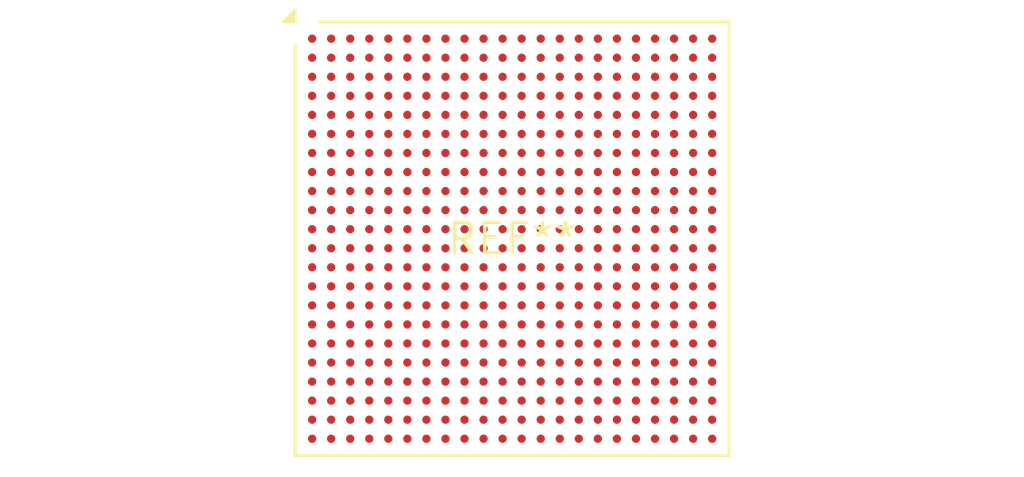
<source format=kicad_pcb>
(kicad_pcb (version 20240108) (generator pcbnew)
  (layers (0 "F.Cu" signal) (31 "B.Cu" signal) (34 "B.Paste" user) (35 "F.Paste" user) (36 "B.SilkS" user "B.Silkscreen") (37 "F.SilkS" user "F.Silkscreen") (38 "B.Mask" user) (39 "F.Mask" user) (44 "Edge.Cuts" user))
  (net 0 "")
  (footprint "LFBGA-484_18x18mm_Layout22x22_P0.8mm" (layer "F.Cu") (at 0 0)
    (property "Reference" "REF**")
    (property "Value" "LFBGA-484_18x18mm_Layout22x22_P0.8mm")
    (pad "A1" smd circle (at -8.4 -8.4) (size 0.35 0.35) (property pad_prop_bga) (layers "F.Cu" "F.Paste" "F.Mask"))
    (pad "A2" smd circle (at -7.6 -8.4) (size 0.35 0.35) (property pad_prop_bga) (layers "F.Cu" "F.Paste" "F.Mask"))
    (pad "A3" smd circle (at -6.8 -8.4) (size 0.35 0.35) (property pad_prop_bga) (layers "F.Cu" "F.Paste" "F.Mask"))
    (pad "A4" smd circle (at -6 -8.4) (size 0.35 0.35) (property pad_prop_bga) (layers "F.Cu" "F.Paste" "F.Mask"))
    (pad "A5" smd circle (at -5.2 -8.4) (size 0.35 0.35) (property pad_prop_bga) (layers "F.Cu" "F.Paste" "F.Mask"))
    (pad "A6" smd circle (at -4.4 -8.4) (size 0.35 0.35) (property pad_prop_bga) (layers "F.Cu" "F.Paste" "F.Mask"))
    (pad "A7" smd circle (at -3.6 -8.4) (size 0.35 0.35) (property pad_prop_bga) (layers "F.Cu" "F.Paste" "F.Mask"))
    (pad "A8" smd circle (at -2.8 -8.4) (size 0.35 0.35) (property pad_prop_bga) (layers "F.Cu" "F.Paste" "F.Mask"))
    (pad "A9" smd circle (at -2 -8.4) (size 0.35 0.35) (property pad_prop_bga) (layers "F.Cu" "F.Paste" "F.Mask"))
    (pad "A10" smd circle (at -1.2 -8.4) (size 0.35 0.35) (property pad_prop_bga) (layers "F.Cu" "F.Paste" "F.Mask"))
    (pad "A11" smd circle (at -0.4 -8.4) (size 0.35 0.35) (property pad_prop_bga) (layers "F.Cu" "F.Paste" "F.Mask"))
    (pad "A12" smd circle (at 0.4 -8.4) (size 0.35 0.35) (property pad_prop_bga) (layers "F.Cu" "F.Paste" "F.Mask"))
    (pad "A13" smd circle (at 1.2 -8.4) (size 0.35 0.35) (property pad_prop_bga) (layers "F.Cu" "F.Paste" "F.Mask"))
    (pad "A14" smd circle (at 2 -8.4) (size 0.35 0.35) (property pad_prop_bga) (layers "F.Cu" "F.Paste" "F.Mask"))
    (pad "A15" smd circle (at 2.8 -8.4) (size 0.35 0.35) (property pad_prop_bga) (layers "F.Cu" "F.Paste" "F.Mask"))
    (pad "A16" smd circle (at 3.6 -8.4) (size 0.35 0.35) (property pad_prop_bga) (layers "F.Cu" "F.Paste" "F.Mask"))
    (pad "A17" smd circle (at 4.4 -8.4) (size 0.35 0.35) (property pad_prop_bga) (layers "F.Cu" "F.Paste" "F.Mask"))
    (pad "A18" smd circle (at 5.2 -8.4) (size 0.35 0.35) (property pad_prop_bga) (layers "F.Cu" "F.Paste" "F.Mask"))
    (pad "A19" smd circle (at 6 -8.4) (size 0.35 0.35) (property pad_prop_bga) (layers "F.Cu" "F.Paste" "F.Mask"))
    (pad "A20" smd circle (at 6.8 -8.4) (size 0.35 0.35) (property pad_prop_bga) (layers "F.Cu" "F.Paste" "F.Mask"))
    (pad "A21" smd circle (at 7.6 -8.4) (size 0.35 0.35) (property pad_prop_bga) (layers "F.Cu" "F.Paste" "F.Mask"))
    (pad "A22" smd circle (at 8.4 -8.4) (size 0.35 0.35) (property pad_prop_bga) (layers "F.Cu" "F.Paste" "F.Mask"))
    (pad "AA1" smd circle (at -8.4 7.6) (size 0.35 0.35) (property pad_prop_bga) (layers "F.Cu" "F.Paste" "F.Mask"))
    (pad "AA2" smd circle (at -7.6 7.6) (size 0.35 0.35) (property pad_prop_bga) (layers "F.Cu" "F.Paste" "F.Mask"))
    (pad "AA3" smd circle (at -6.8 7.6) (size 0.35 0.35) (property pad_prop_bga) (layers "F.Cu" "F.Paste" "F.Mask"))
    (pad "AA4" smd circle (at -6 7.6) (size 0.35 0.35) (property pad_prop_bga) (layers "F.Cu" "F.Paste" "F.Mask"))
    (pad "AA5" smd circle (at -5.2 7.6) (size 0.35 0.35) (property pad_prop_bga) (layers "F.Cu" "F.Paste" "F.Mask"))
    (pad "AA6" smd circle (at -4.4 7.6) (size 0.35 0.35) (property pad_prop_bga) (layers "F.Cu" "F.Paste" "F.Mask"))
    (pad "AA7" smd circle (at -3.6 7.6) (size 0.35 0.35) (property pad_prop_bga) (layers "F.Cu" "F.Paste" "F.Mask"))
    (pad "AA8" smd circle (at -2.8 7.6) (size 0.35 0.35) (property pad_prop_bga) (layers "F.Cu" "F.Paste" "F.Mask"))
    (pad "AA9" smd circle (at -2 7.6) (size 0.35 0.35) (property pad_prop_bga) (layers "F.Cu" "F.Paste" "F.Mask"))
    (pad "AA10" smd circle (at -1.2 7.6) (size 0.35 0.35) (property pad_prop_bga) (layers "F.Cu" "F.Paste" "F.Mask"))
    (pad "AA11" smd circle (at -0.4 7.6) (size 0.35 0.35) (property pad_prop_bga) (layers "F.Cu" "F.Paste" "F.Mask"))
    (pad "AA12" smd circle (at 0.4 7.6) (size 0.35 0.35) (property pad_prop_bga) (layers "F.Cu" "F.Paste" "F.Mask"))
    (pad "AA13" smd circle (at 1.2 7.6) (size 0.35 0.35) (property pad_prop_bga) (layers "F.Cu" "F.Paste" "F.Mask"))
    (pad "AA14" smd circle (at 2 7.6) (size 0.35 0.35) (property pad_prop_bga) (layers "F.Cu" "F.Paste" "F.Mask"))
    (pad "AA15" smd circle (at 2.8 7.6) (size 0.35 0.35) (property pad_prop_bga) (layers "F.Cu" "F.Paste" "F.Mask"))
    (pad "AA16" smd circle (at 3.6 7.6) (size 0.35 0.35) (property pad_prop_bga) (layers "F.Cu" "F.Paste" "F.Mask"))
    (pad "AA17" smd circle (at 4.4 7.6) (size 0.35 0.35) (property pad_prop_bga) (layers "F.Cu" "F.Paste" "F.Mask"))
    (pad "AA18" smd circle (at 5.2 7.6) (size 0.35 0.35) (property pad_prop_bga) (layers "F.Cu" "F.Paste" "F.Mask"))
    (pad "AA19" smd circle (at 6 7.6) (size 0.35 0.35) (property pad_prop_bga) (layers "F.Cu" "F.Paste" "F.Mask"))
    (pad "AA20" smd circle (at 6.8 7.6) (size 0.35 0.35) (property pad_prop_bga) (layers "F.Cu" "F.Paste" "F.Mask"))
    (pad "AA21" smd circle (at 7.6 7.6) (size 0.35 0.35) (property pad_prop_bga) (layers "F.Cu" "F.Paste" "F.Mask"))
    (pad "AA22" smd circle (at 8.4 7.6) (size 0.35 0.35) (property pad_prop_bga) (layers "F.Cu" "F.Paste" "F.Mask"))
    (pad "AB1" smd circle (at -8.4 8.4) (size 0.35 0.35) (property pad_prop_bga) (layers "F.Cu" "F.Paste" "F.Mask"))
    (pad "AB2" smd circle (at -7.6 8.4) (size 0.35 0.35) (property pad_prop_bga) (layers "F.Cu" "F.Paste" "F.Mask"))
    (pad "AB3" smd circle (at -6.8 8.4) (size 0.35 0.35) (property pad_prop_bga) (layers "F.Cu" "F.Paste" "F.Mask"))
    (pad "AB4" smd circle (at -6 8.4) (size 0.35 0.35) (property pad_prop_bga) (layers "F.Cu" "F.Paste" "F.Mask"))
    (pad "AB5" smd circle (at -5.2 8.4) (size 0.35 0.35) (property pad_prop_bga) (layers "F.Cu" "F.Paste" "F.Mask"))
    (pad "AB6" smd circle (at -4.4 8.4) (size 0.35 0.35) (property pad_prop_bga) (layers "F.Cu" "F.Paste" "F.Mask"))
    (pad "AB7" smd circle (at -3.6 8.4) (size 0.35 0.35) (property pad_prop_bga) (layers "F.Cu" "F.Paste" "F.Mask"))
    (pad "AB8" smd circle (at -2.8 8.4) (size 0.35 0.35) (property pad_prop_bga) (layers "F.Cu" "F.Paste" "F.Mask"))
    (pad "AB9" smd circle (at -2 8.4) (size 0.35 0.35) (property pad_prop_bga) (layers "F.Cu" "F.Paste" "F.Mask"))
    (pad "AB10" smd circle (at -1.2 8.4) (size 0.35 0.35) (property pad_prop_bga) (layers "F.Cu" "F.Paste" "F.Mask"))
    (pad "AB11" smd circle (at -0.4 8.4) (size 0.35 0.35) (property pad_prop_bga) (layers "F.Cu" "F.Paste" "F.Mask"))
    (pad "AB12" smd circle (at 0.4 8.4) (size 0.35 0.35) (property pad_prop_bga) (layers "F.Cu" "F.Paste" "F.Mask"))
    (pad "AB13" smd circle (at 1.2 8.4) (size 0.35 0.35) (property pad_prop_bga) (layers "F.Cu" "F.Paste" "F.Mask"))
    (pad "AB14" smd circle (at 2 8.4) (size 0.35 0.35) (property pad_prop_bga) (layers "F.Cu" "F.Paste" "F.Mask"))
    (pad "AB15" smd circle (at 2.8 8.4) (size 0.35 0.35) (property pad_prop_bga) (layers "F.Cu" "F.Paste" "F.Mask"))
    (pad "AB16" smd circle (at 3.6 8.4) (size 0.35 0.35) (property pad_prop_bga) (layers "F.Cu" "F.Paste" "F.Mask"))
    (pad "AB17" smd circle (at 4.4 8.4) (size 0.35 0.35) (property pad_prop_bga) (layers "F.Cu" "F.Paste" "F.Mask"))
    (pad "AB18" smd circle (at 5.2 8.4) (size 0.35 0.35) (property pad_prop_bga) (layers "F.Cu" "F.Paste" "F.Mask"))
    (pad "AB19" smd circle (at 6 8.4) (size 0.35 0.35) (property pad_prop_bga) (layers "F.Cu" "F.Paste" "F.Mask"))
    (pad "AB20" smd circle (at 6.8 8.4) (size 0.35 0.35) (property pad_prop_bga) (layers "F.Cu" "F.Paste" "F.Mask"))
    (pad "AB21" smd circle (at 7.6 8.4) (size 0.35 0.35) (property pad_prop_bga) (layers "F.Cu" "F.Paste" "F.Mask"))
    (pad "AB22" smd circle (at 8.4 8.4) (size 0.35 0.35) (property pad_prop_bga) (layers "F.Cu" "F.Paste" "F.Mask"))
    (pad "B1" smd circle (at -8.4 -7.6) (size 0.35 0.35) (property pad_prop_bga) (layers "F.Cu" "F.Paste" "F.Mask"))
    (pad "B2" smd circle (at -7.6 -7.6) (size 0.35 0.35) (property pad_prop_bga) (layers "F.Cu" "F.Paste" "F.Mask"))
    (pad "B3" smd circle (at -6.8 -7.6) (size 0.35 0.35) (property pad_prop_bga) (layers "F.Cu" "F.Paste" "F.Mask"))
    (pad "B4" smd circle (at -6 -7.6) (size 0.35 0.35) (property pad_prop_bga) (layers "F.Cu" "F.Paste" "F.Mask"))
    (pad "B5" smd circle (at -5.2 -7.6) (size 0.35 0.35) (property pad_prop_bga) (layers "F.Cu" "F.Paste" "F.Mask"))
    (pad "B6" smd circle (at -4.4 -7.6) (size 0.35 0.35) (property pad_prop_bga) (layers "F.Cu" "F.Paste" "F.Mask"))
    (pad "B7" smd circle (at -3.6 -7.6) (size 0.35 0.35) (property pad_prop_bga) (layers "F.Cu" "F.Paste" "F.Mask"))
    (pad "B8" smd circle (at -2.8 -7.6) (size 0.35 0.35) (property pad_prop_bga) (layers "F.Cu" "F.Paste" "F.Mask"))
    (pad "B9" smd circle (at -2 -7.6) (size 0.35 0.35) (property pad_prop_bga) (layers "F.Cu" "F.Paste" "F.Mask"))
    (pad "B10" smd circle (at -1.2 -7.6) (size 0.35 0.35) (property pad_prop_bga) (layers "F.Cu" "F.Paste" "F.Mask"))
    (pad "B11" smd circle (at -0.4 -7.6) (size 0.35 0.35) (property pad_prop_bga) (layers "F.Cu" "F.Paste" "F.Mask"))
    (pad "B12" smd circle (at 0.4 -7.6) (size 0.35 0.35) (property pad_prop_bga) (layers "F.Cu" "F.Paste" "F.Mask"))
    (pad "B13" smd circle (at 1.2 -7.6) (size 0.35 0.35) (property pad_prop_bga) (layers "F.Cu" "F.Paste" "F.Mask"))
    (pad "B14" smd circle (at 2 -7.6) (size 0.35 0.35) (property pad_prop_bga) (layers "F.Cu" "F.Paste" "F.Mask"))
    (pad "B15" smd circle (at 2.8 -7.6) (size 0.35 0.35) (property pad_prop_bga) (layers "F.Cu" "F.Paste" "F.Mask"))
    (pad "B16" smd circle (at 3.6 -7.6) (size 0.35 0.35) (property pad_prop_bga) (layers "F.Cu" "F.Paste" "F.Mask"))
    (pad "B17" smd circle (at 4.4 -7.6) (size 0.35 0.35) (property pad_prop_bga) (layers "F.Cu" "F.Paste" "F.Mask"))
    (pad "B18" smd circle (at 5.2 -7.6) (size 0.35 0.35) (property pad_prop_bga) (layers "F.Cu" "F.Paste" "F.Mask"))
    (pad "B19" smd circle (at 6 -7.6) (size 0.35 0.35) (property pad_prop_bga) (layers "F.Cu" "F.Paste" "F.Mask"))
    (pad "B20" smd circle (at 6.8 -7.6) (size 0.35 0.35) (property pad_prop_bga) (layers "F.Cu" "F.Paste" "F.Mask"))
    (pad "B21" smd circle (at 7.6 -7.6) (size 0.35 0.35) (property pad_prop_bga) (layers "F.Cu" "F.Paste" "F.Mask"))
    (pad "B22" smd circle (at 8.4 -7.6) (size 0.35 0.35) (property pad_prop_bga) (layers "F.Cu" "F.Paste" "F.Mask"))
    (pad "C1" smd circle (at -8.4 -6.8) (size 0.35 0.35) (property pad_prop_bga) (layers "F.Cu" "F.Paste" "F.Mask"))
    (pad "C2" smd circle (at -7.6 -6.8) (size 0.35 0.35) (property pad_prop_bga) (layers "F.Cu" "F.Paste" "F.Mask"))
    (pad "C3" smd circle (at -6.8 -6.8) (size 0.35 0.35) (property pad_prop_bga) (layers "F.Cu" "F.Paste" "F.Mask"))
    (pad "C4" smd circle (at -6 -6.8) (size 0.35 0.35) (property pad_prop_bga) (layers "F.Cu" "F.Paste" "F.Mask"))
    (pad "C5" smd circle (at -5.2 -6.8) (size 0.35 0.35) (property pad_prop_bga) (layers "F.Cu" "F.Paste" "F.Mask"))
    (pad "C6" smd circle (at -4.4 -6.8) (size 0.35 0.35) (property pad_prop_bga) (layers "F.Cu" "F.Paste" "F.Mask"))
    (pad "C7" smd circle (at -3.6 -6.8) (size 0.35 0.35) (property pad_prop_bga) (layers "F.Cu" "F.Paste" "F.Mask"))
    (pad "C8" smd circle (at -2.8 -6.8) (size 0.35 0.35) (property pad_prop_bga) (layers "F.Cu" "F.Paste" "F.Mask"))
    (pad "C9" smd circle (at -2 -6.8) (size 0.35 0.35) (property pad_prop_bga) (layers "F.Cu" "F.Paste" "F.Mask"))
    (pad "C10" smd circle (at -1.2 -6.8) (size 0.35 0.35) (property pad_prop_bga) (layers "F.Cu" "F.Paste" "F.Mask"))
    (pad "C11" smd circle (at -0.4 -6.8) (size 0.35 0.35) (property pad_prop_bga) (layers "F.Cu" "F.Paste" "F.Mask"))
    (pad "C12" smd circle (at 0.4 -6.8) (size 0.35 0.35) (property pad_prop_bga) (layers "F.Cu" "F.Paste" "F.Mask"))
    (pad "C13" smd circle (at 1.2 -6.8) (size 0.35 0.35) (property pad_prop_bga) (layers "F.Cu" "F.Paste" "F.Mask"))
    (pad "C14" smd circle (at 2 -6.8) (size 0.35 0.35) (property pad_prop_bga) (layers "F.Cu" "F.Paste" "F.Mask"))
    (pad "C15" smd circle (at 2.8 -6.8) (size 0.35 0.35) (property pad_prop_bga) (layers "F.Cu" "F.Paste" "F.Mask"))
    (pad "C16" smd circle (at 3.6 -6.8) (size 0.35 0.35) (property pad_prop_bga) (layers "F.Cu" "F.Paste" "F.Mask"))
    (pad "C17" smd circle (at 4.4 -6.8) (size 0.35 0.35) (property pad_prop_bga) (layers "F.Cu" "F.Paste" "F.Mask"))
    (pad "C18" smd circle (at 5.2 -6.8) (size 0.35 0.35) (property pad_prop_bga) (layers "F.Cu" "F.Paste" "F.Mask"))
    (pad "C19" smd circle (at 6 -6.8) (size 0.35 0.35) (property pad_prop_bga) (layers "F.Cu" "F.Paste" "F.Mask"))
    (pad "C20" smd circle (at 6.8 -6.8) (size 0.35 0.35) (property pad_prop_bga) (layers "F.Cu" "F.Paste" "F.Mask"))
    (pad "C21" smd circle (at 7.6 -6.8) (size 0.35 0.35) (property pad_prop_bga) (layers "F.Cu" "F.Paste" "F.Mask"))
    (pad "C22" smd circle (at 8.4 -6.8) (size 0.35 0.35) (property pad_prop_bga) (layers "F.Cu" "F.Paste" "F.Mask"))
    (pad "D1" smd circle (at -8.4 -6) (size 0.35 0.35) (property pad_prop_bga) (layers "F.Cu" "F.Paste" "F.Mask"))
    (pad "D2" smd circle (at -7.6 -6) (size 0.35 0.35) (property pad_prop_bga) (layers "F.Cu" "F.Paste" "F.Mask"))
    (pad "D3" smd circle (at -6.8 -6) (size 0.35 0.35) (property pad_prop_bga) (layers "F.Cu" "F.Paste" "F.Mask"))
    (pad "D4" smd circle (at -6 -6) (size 0.35 0.35) (property pad_prop_bga) (layers "F.Cu" "F.Paste" "F.Mask"))
    (pad "D5" smd circle (at -5.2 -6) (size 0.35 0.35) (property pad_prop_bga) (layers "F.Cu" "F.Paste" "F.Mask"))
    (pad "D6" smd circle (at -4.4 -6) (size 0.35 0.35) (property pad_prop_bga) (layers "F.Cu" "F.Paste" "F.Mask"))
    (pad "D7" smd circle (at -3.6 -6) (size 0.35 0.35) (property pad_prop_bga) (layers "F.Cu" "F.Paste" "F.Mask"))
    (pad "D8" smd circle (at -2.8 -6) (size 0.35 0.35) (property pad_prop_bga) (layers "F.Cu" "F.Paste" "F.Mask"))
    (pad "D9" smd circle (at -2 -6) (size 0.35 0.35) (property pad_prop_bga) (layers "F.Cu" "F.Paste" "F.Mask"))
    (pad "D10" smd circle (at -1.2 -6) (size 0.35 0.35) (property pad_prop_bga) (layers "F.Cu" "F.Paste" "F.Mask"))
    (pad "D11" smd circle (at -0.4 -6) (size 0.35 0.35) (property pad_prop_bga) (layers "F.Cu" "F.Paste" "F.Mask"))
    (pad "D12" smd circle (at 0.4 -6) (size 0.35 0.35) (property pad_prop_bga) (layers "F.Cu" "F.Paste" "F.Mask"))
    (pad "D13" smd circle (at 1.2 -6) (size 0.35 0.35) (property pad_prop_bga) (layers "F.Cu" "F.Paste" "F.Mask"))
    (pad "D14" smd circle (at 2 -6) (size 0.35 0.35) (property pad_prop_bga) (layers "F.Cu" "F.Paste" "F.Mask"))
    (pad "D15" smd circle (at 2.8 -6) (size 0.35 0.35) (property pad_prop_bga) (layers "F.Cu" "F.Paste" "F.Mask"))
    (pad "D16" smd circle (at 3.6 -6) (size 0.35 0.35) (property pad_prop_bga) (layers "F.Cu" "F.Paste" "F.Mask"))
    (pad "D17" smd circle (at 4.4 -6) (size 0.35 0.35) (property pad_prop_bga) (layers "F.Cu" "F.Paste" "F.Mask"))
    (pad "D18" smd circle (at 5.2 -6) (size 0.35 0.35) (property pad_prop_bga) (layers "F.Cu" "F.Paste" "F.Mask"))
    (pad "D19" smd circle (at 6 -6) (size 0.35 0.35) (property pad_prop_bga) (layers "F.Cu" "F.Paste" "F.Mask"))
    (pad "D20" smd circle (at 6.8 -6) (size 0.35 0.35) (property pad_prop_bga) (layers "F.Cu" "F.Paste" "F.Mask"))
    (pad "D21" smd circle (at 7.6 -6) (size 0.35 0.35) (property pad_prop_bga) (layers "F.Cu" "F.Paste" "F.Mask"))
    (pad "D22" smd circle (at 8.4 -6) (size 0.35 0.35) (property pad_prop_bga) (layers "F.Cu" "F.Paste" "F.Mask"))
    (pad "E1" smd circle (at -8.4 -5.2) (size 0.35 0.35) (property pad_prop_bga) (layers "F.Cu" "F.Paste" "F.Mask"))
    (pad "E2" smd circle (at -7.6 -5.2) (size 0.35 0.35) (property pad_prop_bga) (layers "F.Cu" "F.Paste" "F.Mask"))
    (pad "E3" smd circle (at -6.8 -5.2) (size 0.35 0.35) (property pad_prop_bga) (layers "F.Cu" "F.Paste" "F.Mask"))
    (pad "E4" smd circle (at -6 -5.2) (size 0.35 0.35) (property pad_prop_bga) (layers "F.Cu" "F.Paste" "F.Mask"))
    (pad "E5" smd circle (at -5.2 -5.2) (size 0.35 0.35) (property pad_prop_bga) (layers "F.Cu" "F.Paste" "F.Mask"))
    (pad "E6" smd circle (at -4.4 -5.2) (size 0.35 0.35) (property pad_prop_bga) (layers "F.Cu" "F.Paste" "F.Mask"))
    (pad "E7" smd circle (at -3.6 -5.2) (size 0.35 0.35) (property pad_prop_bga) (layers "F.Cu" "F.Paste" "F.Mask"))
    (pad "E8" smd circle (at -2.8 -5.2) (size 0.35 0.35) (property pad_prop_bga) (layers "F.Cu" "F.Paste" "F.Mask"))
    (pad "E9" smd circle (at -2 -5.2) (size 0.35 0.35) (property pad_prop_bga) (layers "F.Cu" "F.Paste" "F.Mask"))
    (pad "E10" smd circle (at -1.2 -5.2) (size 0.35 0.35) (property pad_prop_bga) (layers "F.Cu" "F.Paste" "F.Mask"))
    (pad "E11" smd circle (at -0.4 -5.2) (size 0.35 0.35) (property pad_prop_bga) (layers "F.Cu" "F.Paste" "F.Mask"))
    (pad "E12" smd circle (at 0.4 -5.2) (size 0.35 0.35) (property pad_prop_bga) (layers "F.Cu" "F.Paste" "F.Mask"))
    (pad "E13" smd circle (at 1.2 -5.2) (size 0.35 0.35) (property pad_prop_bga) (layers "F.Cu" "F.Paste" "F.Mask"))
    (pad "E14" smd circle (at 2 -5.2) (size 0.35 0.35) (property pad_prop_bga) (layers "F.Cu" "F.Paste" "F.Mask"))
    (pad "E15" smd circle (at 2.8 -5.2) (size 0.35 0.35) (property pad_prop_bga) (layers "F.Cu" "F.Paste" "F.Mask"))
    (pad "E16" smd circle (at 3.6 -5.2) (size 0.35 0.35) (property pad_prop_bga) (layers "F.Cu" "F.Paste" "F.Mask"))
    (pad "E17" smd circle (at 4.4 -5.2) (size 0.35 0.35) (property pad_prop_bga) (layers "F.Cu" "F.Paste" "F.Mask"))
    (pad "E18" smd circle (at 5.2 -5.2) (size 0.35 0.35) (property pad_prop_bga) (layers "F.Cu" "F.Paste" "F.Mask"))
    (pad "E19" smd circle (at 6 -5.2) (size 0.35 0.35) (property pad_prop_bga) (layers "F.Cu" "F.Paste" "F.Mask"))
    (pad "E20" smd circle (at 6.8 -5.2) (size 0.35 0.35) (property pad_prop_bga) (layers "F.Cu" "F.Paste" "F.Mask"))
    (pad "E21" smd circle (at 7.6 -5.2) (size 0.35 0.35) (property pad_prop_bga) (layers "F.Cu" "F.Paste" "F.Mask"))
    (pad "E22" smd circle (at 8.4 -5.2) (size 0.35 0.35) (property pad_prop_bga) (layers "F.Cu" "F.Paste" "F.Mask"))
    (pad "F1" smd circle (at -8.4 -4.4) (size 0.35 0.35) (property pad_prop_bga) (layers "F.Cu" "F.Paste" "F.Mask"))
    (pad "F2" smd circle (at -7.6 -4.4) (size 0.35 0.35) (property pad_prop_bga) (layers "F.Cu" "F.Paste" "F.Mask"))
    (pad "F3" smd circle (at -6.8 -4.4) (size 0.35 0.35) (property pad_prop_bga) (layers "F.Cu" "F.Paste" "F.Mask"))
    (pad "F4" smd circle (at -6 -4.4) (size 0.35 0.35) (property pad_prop_bga) (layers "F.Cu" "F.Paste" "F.Mask"))
    (pad "F5" smd circle (at -5.2 -4.4) (size 0.35 0.35) (property pad_prop_bga) (layers "F.Cu" "F.Paste" "F.Mask"))
    (pad "F6" smd circle (at -4.4 -4.4) (size 0.35 0.35) (property pad_prop_bga) (layers "F.Cu" "F.Paste" "F.Mask"))
    (pad "F7" smd circle (at -3.6 -4.4) (size 0.35 0.35) (property pad_prop_bga) (layers "F.Cu" "F.Paste" "F.Mask"))
    (pad "F8" smd circle (at -2.8 -4.4) (size 0.35 0.35) (property pad_prop_bga) (layers "F.Cu" "F.Paste" "F.Mask"))
    (pad "F9" smd circle (at -2 -4.4) (size 0.35 0.35) (property pad_prop_bga) (layers "F.Cu" "F.Paste" "F.Mask"))
    (pad "F10" smd circle (at -1.2 -4.4) (size 0.35 0.35) (property pad_prop_bga) (layers "F.Cu" "F.Paste" "F.Mask"))
    (pad "F11" smd circle (at -0.4 -4.4) (size 0.35 0.35) (property pad_prop_bga) (layers "F.Cu" "F.Paste" "F.Mask"))
    (pad "F12" smd circle (at 0.4 -4.4) (size 0.35 0.35) (property pad_prop_bga) (layers "F.Cu" "F.Paste" "F.Mask"))
    (pad "F13" smd circle (at 1.2 -4.4) (size 0.35 0.35) (property pad_prop_bga) (layers "F.Cu" "F.Paste" "F.Mask"))
    (pad "F14" smd circle (at 2 -4.4) (size 0.35 0.35) (property pad_prop_bga) (layers "F.Cu" "F.Paste" "F.Mask"))
    (pad "F15" smd circle (at 2.8 -4.4) (size 0.35 0.35) (property pad_prop_bga) (layers "F.Cu" "F.Paste" "F.Mask"))
    (pad "F16" smd circle (at 3.6 -4.4) (size 0.35 0.35) (property pad_prop_bga) (layers "F.Cu" "F.Paste" "F.Mask"))
    (pad "F17" smd circle (at 4.4 -4.4) (size 0.35 0.35) (property pad_prop_bga) (layers "F.Cu" "F.Paste" "F.Mask"))
    (pad "F18" smd circle (at 5.2 -4.4) (size 0.35 0.35) (property pad_prop_bga) (layers "F.Cu" "F.Paste" "F.Mask"))
    (pad "F19" smd circle (at 6 -4.4) (size 0.35 0.35) (property pad_prop_bga) (layers "F.Cu" "F.Paste" "F.Mask"))
    (pad "F20" smd circle (at 6.8 -4.4) (size 0.35 0.35) (property pad_prop_bga) (layers "F.Cu" "F.Paste" "F.Mask"))
    (pad "F21" smd circle (at 7.6 -4.4) (size 0.35 0.35) (property pad_prop_bga) (layers "F.Cu" "F.Paste" "F.Mask"))
    (pad "F22" smd circle (at 8.4 -4.4) (size 0.35 0.35) (property pad_prop_bga) (layers "F.Cu" "F.Paste" "F.Mask"))
    (pad "G1" smd circle (at -8.4 -3.6) (size 0.35 0.35) (property pad_prop_bga) (layers "F.Cu" "F.Paste" "F.Mask"))
    (pad "G2" smd circle (at -7.6 -3.6) (size 0.35 0.35) (property pad_prop_bga) (layers "F.Cu" "F.Paste" "F.Mask"))
    (pad "G3" smd circle (at -6.8 -3.6) (size 0.35 0.35) (property pad_prop_bga) (layers "F.Cu" "F.Paste" "F.Mask"))
    (pad "G4" smd circle (at -6 -3.6) (size 0.35 0.35) (property pad_prop_bga) (layers "F.Cu" "F.Paste" "F.Mask"))
    (pad "G5" smd circle (at -5.2 -3.6) (size 0.35 0.35) (property pad_prop_bga) (layers "F.Cu" "F.Paste" "F.Mask"))
    (pad "G6" smd circle (at -4.4 -3.6) (size 0.35 0.35) (property pad_prop_bga) (layers "F.Cu" "F.Paste" "F.Mask"))
    (pad "G7" smd circle (at -3.6 -3.6) (size 0.35 0.35) (property pad_prop_bga) (layers "F.Cu" "F.Paste" "F.Mask"))
    (pad "G8" smd circle (at -2.8 -3.6) (size 0.35 0.35) (property pad_prop_bga) (layers "F.Cu" "F.Paste" "F.Mask"))
    (pad "G9" smd circle (at -2 -3.6) (size 0.35 0.35) (property pad_prop_bga) (layers "F.Cu" "F.Paste" "F.Mask"))
    (pad "G10" smd circle (at -1.2 -3.6) (size 0.35 0.35) (property pad_prop_bga) (layers "F.Cu" "F.Paste" "F.Mask"))
    (pad "G11" smd circle (at -0.4 -3.6) (size 0.35 0.35) (property pad_prop_bga) (layers "F.Cu" "F.Paste" "F.Mask"))
    (pad "G12" smd circle (at 0.4 -3.6) (size 0.35 0.35) (property pad_prop_bga) (layers "F.Cu" "F.Paste" "F.Mask"))
    (pad "G13" smd circle (at 1.2 -3.6) (size 0.35 0.35) (property pad_prop_bga) (layers "F.Cu" "F.Paste" "F.Mask"))
    (pad "G14" smd circle (at 2 -3.6) (size 0.35 0.35) (property pad_prop_bga) (layers "F.Cu" "F.Paste" "F.Mask"))
    (pad "G15" smd circle (at 2.8 -3.6) (size 0.35 0.35) (property pad_prop_bga) (layers "F.Cu" "F.Paste" "F.Mask"))
    (pad "G16" smd circle (at 3.6 -3.6) (size 0.35 0.35) (property pad_prop_bga) (layers "F.Cu" "F.Paste" "F.Mask"))
    (pad "G17" smd circle (at 4.4 -3.6) (size 0.35 0.35) (property pad_prop_bga) (layers "F.Cu" "F.Paste" "F.Mask"))
    (pad "G18" smd circle (at 5.2 -3.6) (size 0.35 0.35) (property pad_prop_bga) (layers "F.Cu" "F.Paste" "F.Mask"))
    (pad "G19" smd circle (at 6 -3.6) (size 0.35 0.35) (property pad_prop_bga) (layers "F.Cu" "F.Paste" "F.Mask"))
    (pad "G20" smd circle (at 6.8 -3.6) (size 0.35 0.35) (property pad_prop_bga) (layers "F.Cu" "F.Paste" "F.Mask"))
    (pad "G21" smd circle (at 7.6 -3.6) (size 0.35 0.35) (property pad_prop_bga) (layers "F.Cu" "F.Paste" "F.Mask"))
    (pad "G22" smd circle (at 8.4 -3.6) (size 0.35 0.35) (property pad_prop_bga) (layers "F.Cu" "F.Paste" "F.Mask"))
    (pad "H1" smd circle (at -8.4 -2.8) (size 0.35 0.35) (property pad_prop_bga) (layers "F.Cu" "F.Paste" "F.Mask"))
    (pad "H2" smd circle (at -7.6 -2.8) (size 0.35 0.35) (property pad_prop_bga) (layers "F.Cu" "F.Paste" "F.Mask"))
    (pad "H3" smd circle (at -6.8 -2.8) (size 0.35 0.35) (property pad_prop_bga) (layers "F.Cu" "F.Paste" "F.Mask"))
    (pad "H4" smd circle (at -6 -2.8) (size 0.35 0.35) (property pad_prop_bga) (layers "F.Cu" "F.Paste" "F.Mask"))
    (pad "H5" smd circle (at -5.2 -2.8) (size 0.35 0.35) (property pad_prop_bga) (layers "F.Cu" "F.Paste" "F.Mask"))
    (pad "H6" smd circle (at -4.4 -2.8) (size 0.35 0.35) (property pad_prop_bga) (layers "F.Cu" "F.Paste" "F.Mask"))
    (pad "H7" smd circle (at -3.6 -2.8) (size 0.35 0.35) (property pad_prop_bga) (layers "F.Cu" "F.Paste" "F.Mask"))
    (pad "H8" smd circle (at -2.8 -2.8) (size 0.35 0.35) (property pad_prop_bga) (layers "F.Cu" "F.Paste" "F.Mask"))
    (pad "H9" smd circle (at -2 -2.8) (size 0.35 0.35) (property pad_prop_bga) (layers "F.Cu" "F.Paste" "F.Mask"))
    (pad "H10" smd circle (at -1.2 -2.8) (size 0.35 0.35) (property pad_prop_bga) (layers "F.Cu" "F.Paste" "F.Mask"))
    (pad "H11" smd circle (at -0.4 -2.8) (size 0.35 0.35) (property pad_prop_bga) (layers "F.Cu" "F.Paste" "F.Mask"))
    (pad "H12" smd circle (at 0.4 -2.8) (size 0.35 0.35) (property pad_prop_bga) (layers "F.Cu" "F.Paste" "F.Mask"))
    (pad "H13" smd circle (at 1.2 -2.8) (size 0.35 0.35) (property pad_prop_bga) (layers "F.Cu" "F.Paste" "F.Mask"))
    (pad "H14" smd circle (at 2 -2.8) (size 0.35 0.35) (property pad_prop_bga) (layers "F.Cu" "F.Paste" "F.Mask"))
    (pad "H15" smd circle (at 2.8 -2.8) (size 0.35 0.35) (property pad_prop_bga) (layers "F.Cu" "F.Paste" "F.Mask"))
    (pad "H16" smd circle (at 3.6 -2.8) (size 0.35 0.35) (property pad_prop_bga) (layers "F.Cu" "F.Paste" "F.Mask"))
    (pad "H17" smd circle (at 4.4 -2.8) (size 0.35 0.35) (property pad_prop_bga) (layers "F.Cu" "F.Paste" "F.Mask"))
    (pad "H18" smd circle (at 5.2 -2.8) (size 0.35 0.35) (property pad_prop_bga) (layers "F.Cu" "F.Paste" "F.Mask"))
    (pad "H19" smd circle (at 6 -2.8) (size 0.35 0.35) (property pad_prop_bga) (layers "F.Cu" "F.Paste" "F.Mask"))
    (pad "H20" smd circle (at 6.8 -2.8) (size 0.35 0.35) (property pad_prop_bga) (layers "F.Cu" "F.Paste" "F.Mask"))
    (pad "H21" smd circle (at 7.6 -2.8) (size 0.35 0.35) (property pad_prop_bga) (layers "F.Cu" "F.Paste" "F.Mask"))
    (pad "H22" smd circle (at 8.4 -2.8) (size 0.35 0.35) (property pad_prop_bga) (layers "F.Cu" "F.Paste" "F.Mask"))
    (pad "J1" smd circle (at -8.4 -2) (size 0.35 0.35) (property pad_prop_bga) (layers "F.Cu" "F.Paste" "F.Mask"))
    (pad "J2" smd circle (at -7.6 -2) (size 0.35 0.35) (property pad_prop_bga) (layers "F.Cu" "F.Paste" "F.Mask"))
    (pad "J3" smd circle (at -6.8 -2) (size 0.35 0.35) (property pad_prop_bga) (layers "F.Cu" "F.Paste" "F.Mask"))
    (pad "J4" smd circle (at -6 -2) (size 0.35 0.35) (property pad_prop_bga) (layers "F.Cu" "F.Paste" "F.Mask"))
    (pad "J5" smd circle (at -5.2 -2) (size 0.35 0.35) (property pad_prop_bga) (layers "F.Cu" "F.Paste" "F.Mask"))
    (pad "J6" smd circle (at -4.4 -2) (size 0.35 0.35) (property pad_prop_bga) (layers "F.Cu" "F.Paste" "F.Mask"))
    (pad "J7" smd circle (at -3.6 -2) (size 0.35 0.35) (property pad_prop_bga) (layers "F.Cu" "F.Paste" "F.Mask"))
    (pad "J8" smd circle (at -2.8 -2) (size 0.35 0.35) (property pad_prop_bga) (layers "F.Cu" "F.Paste" "F.Mask"))
    (pad "J9" smd circle (at -2 -2) (size 0.35 0.35) (property pad_prop_bga) (layers "F.Cu" "F.Paste" "F.Mask"))
    (pad "J10" smd circle (at -1.2 -2) (size 0.35 0.35) (property pad_prop_bga) (layers "F.Cu" "F.Paste" "F.Mask"))
    (pad "J11" smd circle (at -0.4 -2) (size 0.35 0.35) (property pad_prop_bga) (layers "F.Cu" "F.Paste" "F.Mask"))
    (pad "J12" smd circle (at 0.4 -2) (size 0.35 0.35) (property pad_prop_bga) (layers "F.Cu" "F.Paste" "F.Mask"))
    (pad "J13" smd circle (at 1.2 -2) (size 0.35 0.35) (property pad_prop_bga) (layers "F.Cu" "F.Paste" "F.Mask"))
    (pad "J14" smd circle (at 2 -2) (size 0.35 0.35) (property pad_prop_bga) (layers "F.Cu" "F.Paste" "F.Mask"))
    (pad "J15" smd circle (at 2.8 -2) (size 0.35 0.35) (property pad_prop_bga) (layers "F.Cu" "F.Paste" "F.Mask"))
    (pad "J16" smd circle (at 3.6 -2) (size 0.35 0.35) (property pad_prop_bga) (layers "F.Cu" "F.Paste" "F.Mask"))
    (pad "J17" smd circle (at 4.4 -2) (size 0.35 0.35) (property pad_prop_bga) (layers "F.Cu" "F.Paste" "F.Mask"))
    (pad "J18" smd circle (at 5.2 -2) (size 0.35 0.35) (property pad_prop_bga) (layers "F.Cu" "F.Paste" "F.Mask"))
    (pad "J19" smd circle (at 6 -2) (size 0.35 0.35) (property pad_prop_bga) (layers "F.Cu" "F.Paste" "F.Mask"))
    (pad "J20" smd circle (at 6.8 -2) (size 0.35 0.35) (property pad_prop_bga) (layers "F.Cu" "F.Paste" "F.Mask"))
    (pad "J21" smd circle (at 7.6 -2) (size 0.35 0.35) (property pad_prop_bga) (layers "F.Cu" "F.Paste" "F.Mask"))
    (pad "J22" smd circle (at 8.4 -2) (size 0.35 0.35) (property pad_prop_bga) (layers "F.Cu" "F.Paste" "F.Mask"))
    (pad "K1" smd circle (at -8.4 -1.2) (size 0.35 0.35) (property pad_prop_bga) (layers "F.Cu" "F.Paste" "F.Mask"))
    (pad "K2" smd circle (at -7.6 -1.2) (size 0.35 0.35) (property pad_prop_bga) (layers "F.Cu" "F.Paste" "F.Mask"))
    (pad "K3" smd circle (at -6.8 -1.2) (size 0.35 0.35) (property pad_prop_bga) (layers "F.Cu" "F.Paste" "F.Mask"))
    (pad "K4" smd circle (at -6 -1.2) (size 0.35 0.35) (property pad_prop_bga) (layers "F.Cu" "F.Paste" "F.Mask"))
    (pad "K5" smd circle (at -5.2 -1.2) (size 0.35 0.35) (property pad_prop_bga) (layers "F.Cu" "F.Paste" "F.Mask"))
    (pad "K6" smd circle (at -4.4 -1.2) (size 0.35 0.35) (property pad_prop_bga) (layers "F.Cu" "F.Paste" "F.Mask"))
    (pad "K7" smd circle (at -3.6 -1.2) (size 0.35 0.35) (property pad_prop_bga) (layers "F.Cu" "F.Paste" "F.Mask"))
    (pad "K8" smd circle (at -2.8 -1.2) (size 0.35 0.35) (property pad_prop_bga) (layers "F.Cu" "F.Paste" "F.Mask"))
    (pad "K9" smd circle (at -2 -1.2) (size 0.35 0.35) (property pad_prop_bga) (layers "F.Cu" "F.Paste" "F.Mask"))
    (pad "K10" smd circle (at -1.2 -1.2) (size 0.35 0.35) (property pad_prop_bga) (layers "F.Cu" "F.Paste" "F.Mask"))
    (pad "K11" smd circle (at -0.4 -1.2) (size 0.35 0.35) (property pad_prop_bga) (layers "F.Cu" "F.Paste" "F.Mask"))
    (pad "K12" smd circle (at 0.4 -1.2) (size 0.35 0.35) (property pad_prop_bga) (layers "F.Cu" "F.Paste" "F.Mask"))
    (pad "K13" smd circle (at 1.2 -1.2) (size 0.35 0.35) (property pad_prop_bga) (layers "F.Cu" "F.Paste" "F.Mask"))
    (pad "K14" smd circle (at 2 -1.2) (size 0.35 0.35) (property pad_prop_bga) (layers "F.Cu" "F.Paste" "F.Mask"))
    (pad "K15" smd circle (at 2.8 -1.2) (size 0.35 0.35) (property pad_prop_bga) (layers "F.Cu" "F.Paste" "F.Mask"))
    (pad "K16" smd circle (at 3.6 -1.2) (size 0.35 0.35) (property pad_prop_bga) (layers "F.Cu" "F.Paste" "F.Mask"))
    (pad "K17" smd circle (at 4.4 -1.2) (size 0.35 0.35) (property pad_prop_bga) (layers "F.Cu" "F.Paste" "F.Mask"))
    (pad "K18" smd circle (at 5.2 -1.2) (size 0.35 0.35) (property pad_prop_bga) (layers "F.Cu" "F.Paste" "F.Mask"))
    (pad "K19" smd circle (at 6 -1.2) (size 0.35 0.35) (property pad_prop_bga) (layers "F.Cu" "F.Paste" "F.Mask"))
    (pad "K20" smd circle (at 6.8 -1.2) (size 0.35 0.35) (property pad_prop_bga) (layers "F.Cu" "F.Paste" "F.Mask"))
    (pad "K21" smd circle (at 7.6 -1.2) (size 0.35 0.35) (property pad_prop_bga) (layers "F.Cu" "F.Paste" "F.Mask"))
    (pad "K22" smd circle (at 8.4 -1.2) (size 0.35 0.35) (property pad_prop_bga) (layers "F.Cu" "F.Paste" "F.Mask"))
    (pad "L1" smd circle (at -8.4 -0.4) (size 0.35 0.35) (property pad_prop_bga) (layers "F.Cu" "F.Paste" "F.Mask"))
    (pad "L2" smd circle (at -7.6 -0.4) (size 0.35 0.35) (property pad_prop_bga) (layers "F.Cu" "F.Paste" "F.Mask"))
    (pad "L3" smd circle (at -6.8 -0.4) (size 0.35 0.35) (property pad_prop_bga) (layers "F.Cu" "F.Paste" "F.Mask"))
    (pad "L4" smd circle (at -6 -0.4) (size 0.35 0.35) (property pad_prop_bga) (layers "F.Cu" "F.Paste" "F.Mask"))
    (pad "L5" smd circle (at -5.2 -0.4) (size 0.35 0.35) (property pad_prop_bga) (layers "F.Cu" "F.Paste" "F.Mask"))
    (pad "L6" smd circle (at -4.4 -0.4) (size 0.35 0.35) (property pad_prop_bga) (layers "F.Cu" "F.Paste" "F.Mask"))
    (pad "L7" smd circle (at -3.6 -0.4) (size 0.35 0.35) (property pad_prop_bga) (layers "F.Cu" "F.Paste" "F.Mask"))
    (pad "L8" smd circle (at -2.8 -0.4) (size 0.35 0.35) (property pad_prop_bga) (layers "F.Cu" "F.Paste" "F.Mask"))
    (pad "L9" smd circle (at -2 -0.4) (size 0.35 0.35) (property pad_prop_bga) (layers "F.Cu" "F.Paste" "F.Mask"))
    (pad "L10" smd circle (at -1.2 -0.4) (size 0.35 0.35) (property pad_prop_bga) (layers "F.Cu" "F.Paste" "F.Mask"))
    (pad "L11" smd circle (at -0.4 -0.4) (size 0.35 0.35) (property pad_prop_bga) (layers "F.Cu" "F.Paste" "F.Mask"))
    (pad "L12" smd circle (at 0.4 -0.4) (size 0.35 0.35) (property pad_prop_bga) (layers "F.Cu" "F.Paste" "F.Mask"))
    (pad "L13" smd circle (at 1.2 -0.4) (size 0.35 0.35) (property pad_prop_bga) (layers "F.Cu" "F.Paste" "F.Mask"))
    (pad "L14" smd circle (at 2 -0.4) (size 0.35 0.35) (property pad_prop_bga) (layers "F.Cu" "F.Paste" "F.Mask"))
    (pad "L15" smd circle (at 2.8 -0.4) (size 0.35 0.35) (property pad_prop_bga) (layers "F.Cu" "F.Paste" "F.Mask"))
    (pad "L16" smd circle (at 3.6 -0.4) (size 0.35 0.35) (property pad_prop_bga) (layers "F.Cu" "F.Paste" "F.Mask"))
    (pad "L17" smd circle (at 4.4 -0.4) (size 0.35 0.35) (property pad_prop_bga) (layers "F.Cu" "F.Paste" "F.Mask"))
    (pad "L18" smd circle (at 5.2 -0.4) (size 0.35 0.35) (property pad_prop_bga) (layers "F.Cu" "F.Paste" "F.Mask"))
    (pad "L19" smd circle (at 6 -0.4) (size 0.35 0.35) (property pad_prop_bga) (layers "F.Cu" "F.Paste" "F.Mask"))
    (pad "L20" smd circle (at 6.8 -0.4) (size 0.35 0.35) (property pad_prop_bga) (layers "F.Cu" "F.Paste" "F.Mask"))
    (pad "L21" smd circle (at 7.6 -0.4) (size 0.35 0.35) (property pad_prop_bga) (layers "F.Cu" "F.Paste" "F.Mask"))
    (pad "L22" smd circle (at 8.4 -0.4) (size 0.35 0.35) (property pad_prop_bga) (layers "F.Cu" "F.Paste" "F.Mask"))
    (pad "M1" smd circle (at -8.4 0.4) (size 0.35 0.35) (property pad_prop_bga) (layers "F.Cu" "F.Paste" "F.Mask"))
    (pad "M2" smd circle (at -7.6 0.4) (size 0.35 0.35) (property pad_prop_bga) (layers "F.Cu" "F.Paste" "F.Mask"))
    (pad "M3" smd circle (at -6.8 0.4) (size 0.35 0.35) (property pad_prop_bga) (layers "F.Cu" "F.Paste" "F.Mask"))
    (pad "M4" smd circle (at -6 0.4) (size 0.35 0.35) (property pad_prop_bga) (layers "F.Cu" "F.Paste" "F.Mask"))
    (pad "M5" smd circle (at -5.2 0.4) (size 0.35 0.35) (property pad_prop_bga) (layers "F.Cu" "F.Paste" "F.Mask"))
    (pad "M6" smd circle (at -4.4 0.4) (size 0.35 0.35) (property pad_prop_bga) (layers "F.Cu" "F.Paste" "F.Mask"))
    (pad "M7" smd circle (at -3.6 0.4) (size 0.35 0.35) (property pad_prop_bga) (layers "F.Cu" "F.Paste" "F.Mask"))
    (pad "M8" smd circle (at -2.8 0.4) (size 0.35 0.35) (property pad_prop_bga) (layers "F.Cu" "F.Paste" "F.Mask"))
    (pad "M9" smd circle (at -2 0.4) (size 0.35 0.35) (property pad_prop_bga) (layers "F.Cu" "F.Paste" "F.Mask"))
    (pad "M10" smd circle (at -1.2 0.4) (size 0.35 0.35) (property pad_prop_bga) (layers "F.Cu" "F.Paste" "F.Mask"))
    (pad "M11" smd circle (at -0.4 0.4) (size 0.35 0.35) (property pad_prop_bga) (layers "F.Cu" "F.Paste" "F.Mask"))
    (pad "M12" smd circle (at 0.4 0.4) (size 0.35 0.35) (property pad_prop_bga) (layers "F.Cu" "F.Paste" "F.Mask"))
    (pad "M13" smd circle (at 1.2 0.4) (size 0.35 0.35) (property pad_prop_bga) (layers "F.Cu" "F.Paste" "F.Mask"))
    (pad "M14" smd circle (at 2 0.4) (size 0.35 0.35) (property pad_prop_bga) (layers "F.Cu" "F.Paste" "F.Mask"))
    (pad "M15" smd circle (at 2.8 0.4) (size 0.35 0.35) (property pad_prop_bga) (layers "F.Cu" "F.Paste" "F.Mask"))
    (pad "M16" smd circle (at 3.6 0.4) (size 0.35 0.35) (property pad_prop_bga) (layers "F.Cu" "F.Paste" "F.Mask"))
    (pad "M17" smd circle (at 4.4 0.4) (size 0.35 0.35) (property pad_prop_bga) (layers "F.Cu" "F.Paste" "F.Mask"))
    (pad "M18" smd circle (at 5.2 0.4) (size 0.35 0.35) (property pad_prop_bga) (layers "F.Cu" "F.Paste" "F.Mask"))
    (pad "M19" smd circle (at 6 0.4) (size 0.35 0.35) (property pad_prop_bga) (layers "F.Cu" "F.Paste" "F.Mask"))
    (pad "M20" smd circle (at 6.8 0.4) (size 0.35 0.35) (property pad_prop_bga) (layers "F.Cu" "F.Paste" "F.Mask"))
    (pad "M21" smd circle (at 7.6 0.4) (size 0.35 0.35) (property pad_prop_bga) (layers "F.Cu" "F.Paste" "F.Mask"))
    (pad "M22" smd circle (at 8.4 0.4) (size 0.35 0.35) (property pad_prop_bga) (layers "F.Cu" "F.Paste" "F.Mask"))
    (pad "N1" smd circle (at -8.4 1.2) (size 0.35 0.35) (property pad_prop_bga) (layers "F.Cu" "F.Paste" "F.Mask"))
    (pad "N2" smd circle (at -7.6 1.2) (size 0.35 0.35) (property pad_prop_bga) (layers "F.Cu" "F.Paste" "F.Mask"))
    (pad "N3" smd circle (at -6.8 1.2) (size 0.35 0.35) (property pad_prop_bga) (layers "F.Cu" "F.Paste" "F.Mask"))
    (pad "N4" smd circle (at -6 1.2) (size 0.35 0.35) (property pad_prop_bga) (layers "F.Cu" "F.Paste" "F.Mask"))
    (pad "N5" smd circle (at -5.2 1.2) (size 0.35 0.35) (property pad_prop_bga) (layers "F.Cu" "F.Paste" "F.Mask"))
    (pad "N6" smd circle (at -4.4 1.2) (size 0.35 0.35) (property pad_prop_bga) (layers "F.Cu" "F.Paste" "F.Mask"))
    (pad "N7" smd circle (at -3.6 1.2) (size 0.35 0.35) (property pad_prop_bga) (layers "F.Cu" "F.Paste" "F.Mask"))
    (pad "N8" smd circle (at -2.8 1.2) (size 0.35 0.35) (property pad_prop_bga) (layers "F.Cu" "F.Paste" "F.Mask"))
    (pad "N9" smd circle (at -2 1.2) (size 0.35 0.35) (property pad_prop_bga) (layers "F.Cu" "F.Paste" "F.Mask"))
    (pad "N10" smd circle (at -1.2 1.2) (size 0.35 0.35) (property pad_prop_bga) (layers "F.Cu" "F.Paste" "F.Mask"))
    (pad "N11" smd circle (at -0.4 1.2) (size 0.35 0.35) (property pad_prop_bga) (layers "F.Cu" "F.Paste" "F.Mask"))
    (pad "N12" smd circle (at 0.4 1.2) (size 0.35 0.35) (property pad_prop_bga) (layers "F.Cu" "F.Paste" "F.Mask"))
    (pad "N13" smd circle (at 1.2 1.2) (size 0.35 0.35) (property pad_prop_bga) (layers "F.Cu" "F.Paste" "F.Mask"))
    (pad "N14" smd circle (at 2 1.2) (size 0.35 0.35) (property pad_prop_bga) (layers "F.Cu" "F.Paste" "F.Mask"))
    (pad "N15" smd circle (at 2.8 1.2) (size 0.35 0.35) (property pad_prop_bga) (layers "F.Cu" "F.Paste" "F.Mask"))
    (pad "N16" smd circle (at 3.6 1.2) (size 0.35 0.35) (property pad_prop_bga) (layers "F.Cu" "F.Paste" "F.Mask"))
    (pad "N17" smd circle (at 4.4 1.2) (size 0.35 0.35) (property pad_prop_bga) (layers "F.Cu" "F.Paste" "F.Mask"))
    (pad "N18" smd circle (at 5.2 1.2) (size 0.35 0.35) (property pad_prop_bga) (layers "F.Cu" "F.Paste" "F.Mask"))
    (pad "N19" smd circle (at 6 1.2) (size 0.35 0.35) (property pad_prop_bga) (layers "F.Cu" "F.Paste" "F.Mask"))
    (pad "N20" smd circle (at 6.8 1.2) (size 0.35 0.35) (property pad_prop_bga) (layers "F.Cu" "F.Paste" "F.Mask"))
    (pad "N21" smd circle (at 7.6 1.2) (size 0.35 0.35) (property pad_prop_bga) (layers "F.Cu" "F.Paste" "F.Mask"))
    (pad "N22" smd circle (at 8.4 1.2) (size 0.35 0.35) (property pad_prop_bga) (layers "F.Cu" "F.Paste" "F.Mask"))
    (pad "P1" smd circle (at -8.4 2) (size 0.35 0.35) (property pad_prop_bga) (layers "F.Cu" "F.Paste" "F.Mask"))
    (pad "P2" smd circle (at -7.6 2) (size 0.35 0.35) (property pad_prop_bga) (layers "F.Cu" "F.Paste" "F.Mask"))
    (pad "P3" smd circle (at -6.8 2) (size 0.35 0.35) (property pad_prop_bga) (layers "F.Cu" "F.Paste" "F.Mask"))
    (pad "P4" smd circle (at -6 2) (size 0.35 0.35) (property pad_prop_bga) (layers "F.Cu" "F.Paste" "F.Mask"))
    (pad "P5" smd circle (at -5.2 2) (size 0.35 0.35) (property pad_prop_bga) (layers "F.Cu" "F.Paste" "F.Mask"))
    (pad "P6" smd circle (at -4.4 2) (size 0.35 0.35) (property pad_prop_bga) (layers "F.Cu" "F.Paste" "F.Mask"))
    (pad "P7" smd circle (at -3.6 2) (size 0.35 0.35) (property pad_prop_bga) (layers "F.Cu" "F.Paste" "F.Mask"))
    (pad "P8" smd circle (at -2.8 2) (size 0.35 0.35) (property pad_prop_bga) (layers "F.Cu" "F.Paste" "F.Mask"))
    (pad "P9" smd circle (at -2 2) (size 0.35 0.35) (property pad_prop_bga) (layers "F.Cu" "F.Paste" "F.Mask"))
    (pad "P10" smd circle (at -1.2 2) (size 0.35 0.35) (property pad_prop_bga) (layers "F.Cu" "F.Paste" "F.Mask"))
    (pad "P11" smd circle (at -0.4 2) (size 0.35 0.35) (property pad_prop_bga) (layers "F.Cu" "F.Paste" "F.Mask"))
    (pad "P12" smd circle (at 0.4 2) (size 0.35 0.35) (property pad_prop_bga) (layers "F.Cu" "F.Paste" "F.Mask"))
    (pad "P13" smd circle (at 1.2 2) (size 0.35 0.35) (property pad_prop_bga) (layers "F.Cu" "F.Paste" "F.Mask"))
    (pad "P14" smd circle (at 2 2) (size 0.35 0.35) (property pad_prop_bga) (layers "F.Cu" "F.Paste" "F.Mask"))
    (pad "P15" smd circle (at 2.8 2) (size 0.35 0.35) (property pad_prop_bga) (layers "F.Cu" "F.Paste" "F.Mask"))
    (pad "P16" smd circle (at 3.6 2) (size 0.35 0.35) (property pad_prop_bga) (layers "F.Cu" "F.Paste" "F.Mask"))
    (pad "P17" smd circle (at 4.4 2) (size 0.35 0.35) (property pad_prop_bga) (layers "F.Cu" "F.Paste" "F.Mask"))
    (pad "P18" smd circle (at 5.2 2) (size 0.35 0.35) (property pad_prop_bga) (layers "F.Cu" "F.Paste" "F.Mask"))
    (pad "P19" smd circle (at 6 2) (size 0.35 0.35) (property pad_prop_bga) (layers "F.Cu" "F.Paste" "F.Mask"))
    (pad "P20" smd circle (at 6.8 2) (size 0.35 0.35) (property pad_prop_bga) (layers "F.Cu" "F.Paste" "F.Mask"))
    (pad "P21" smd circle (at 7.6 2) (size 0.35 0.35) (property pad_prop_bga) (layers "F.Cu" "F.Paste" "F.Mask"))
    (pad "P22" smd circle (at 8.4 2) (size 0.35 0.35) (property pad_prop_bga) (layers "F.Cu" "F.Paste" "F.Mask"))
    (pad "R1" smd circle (at -8.4 2.8) (size 0.35 0.35) (property pad_prop_bga) (layers "F.Cu" "F.Paste" "F.Mask"))
    (pad "R2" smd circle (at -7.6 2.8) (size 0.35 0.35) (property pad_prop_bga) (layers "F.Cu" "F.Paste" "F.Mask"))
    (pad "R3" smd circle (at -6.8 2.8) (size 0.35 0.35) (property pad_prop_bga) (layers "F.Cu" "F.Paste" "F.Mask"))
    (pad "R4" smd circle (at -6 2.8) (size 0.35 0.35) (property pad_prop_bga) (layers "F.Cu" "F.Paste" "F.Mask"))
    (pad "R5" smd circle (at -5.2 2.8) (size 0.35 0.35) (property pad_prop_bga) (layers "F.Cu" "F.Paste" "F.Mask"))
    (pad "R6" smd circle (at -4.4 2.8) (size 0.35 0.35) (property pad_prop_bga) (layers "F.Cu" "F.Paste" "F.Mask"))
    (pad "R7" smd circle (at -3.6 2.8) (size 0.35 0.35) (property pad_prop_bga) (layers "F.Cu" "F.Paste" "F.Mask"))
    (pad "R8" smd circle (at -2.8 2.8) (size 0.35 0.35) (property pad_prop_bga) (layers "F.Cu" "F.Paste" "F.Mask"))
    (pad "R9" smd circle (at -2 2.8) (size 0.35 0.35) (property pad_prop_bga) (layers "F.Cu" "F.Paste" "F.Mask"))
    (pad "R10" smd circle (at -1.2 2.8) (size 0.35 0.35) (property pad_prop_bga) (layers "F.Cu" "F.Paste" "F.Mask"))
    (pad "R11" smd circle (at -0.4 2.8) (size 0.35 0.35) (property pad_prop_bga) (layers "F.Cu" "F.Paste" "F.Mask"))
    (pad "R12" smd circle (at 0.4 2.8) (size 0.35 0.35) (property pad_prop_bga) (layers "F.Cu" "F.Paste" "F.Mask"))
    (pad "R13" smd circle (at 1.2 2.8) (size 0.35 0.35) (property pad_prop_bga) (layers "F.Cu" "F.Paste" "F.Mask"))
    (pad "R14" smd circle (at 2 2.8) (size 0.35 0.35) (property pad_prop_bga) (layers "F.Cu" "F.Paste" "F.Mask"))
    (pad "R15" smd circle (at 2.8 2.8) (size 0.35 0.35) (property pad_prop_bga) (layers "F.Cu" "F.Paste" "F.Mask"))
    (pad "R16" smd circle (at 3.6 2.8) (size 0.35 0.35) (property pad_prop_bga) (layers "F.Cu" "F.Paste" "F.Mask"))
    (pad "R17" smd circle (at 4.4 2.8) (size 0.35 0.35) (property pad_prop_bga) (layers "F.Cu" "F.Paste" "F.Mask"))
    (pad "R18" smd circle (at 5.2 2.8) (size 0.35 0.35) (property pad_prop_bga) (layers "F.Cu" "F.Paste" "F.Mask"))
    (pad "R19" smd circle (at 6 2.8) (size 0.35 0.35) (property pad_prop_bga) (layers "F.Cu" "F.Paste" "F.Mask"))
    (pad "R20" smd circle (at 6.8 2.8) (size 0.35 0.35) (property pad_prop_bga) (layers "F.Cu" "F.Paste" "F.Mask"))
    (pad "R21" smd circle (at 7.6 2.8) (size 0.35 0.35) (property pad_prop_bga) (layers "F.Cu" "F.Paste" "F.Mask"))
    (pad "R22" smd circle (at 8.4 2.8) (size 0.35 0.35) (property pad_prop_bga) (layers "F.Cu" "F.Paste" "F.Mask"))
    (pad "T1" smd circle (at -8.4 3.6) (size 0.35 0.35) (property pad_prop_bga) (layers "F.Cu" "F.Paste" "F.Mask"))
    (pad "T2" smd circle (at -7.6 3.6) (size 0.35 0.35) (property pad_prop_bga) (layers "F.Cu" "F.Paste" "F.Mask"))
    (pad "T3" smd circle (at -6.8 3.6) (size 0.35 0.35) (property pad_prop_bga) (layers "F.Cu" "F.Paste" "F.Mask"))
    (pad "T4" smd circle (at -6 3.6) (size 0.35 0.35) (property pad_prop_bga) (layers "F.Cu" "F.Paste" "F.Mask"))
    (pad "T5" smd circle (at -5.2 3.6) (size 0.35 0.35) (property pad_prop_bga) (layers "F.Cu" "F.Paste" "F.Mask"))
    (pad "T6" smd circle (at -4.4 3.6) (size 0.35 0.35) (property pad_prop_bga) (layers "F.Cu" "F.Paste" "F.Mask"))
    (pad "T7" smd circle (at -3.6 3.6) (size 0.35 0.35) (property pad_prop_bga) (layers "F.Cu" "F.Paste" "F.Mask"))
    (pad "T8" smd circle (at -2.8 3.6) (size 0.35 0.35) (property pad_prop_bga) (layers "F.Cu" "F.Paste" "F.Mask"))
    (pad "T9" smd circle (at -2 3.6) (size 0.35 0.35) (property pad_prop_bga) (layers "F.Cu" "F.Paste" "F.Mask"))
    (pad "T10" smd circle (at -1.2 3.6) (size 0.35 0.35) (property pad_prop_bga) (layers "F.Cu" "F.Paste" "F.Mask"))
    (pad "T11" smd circle (at -0.4 3.6) (size 0.35 0.35) (property pad_prop_bga) (layers "F.Cu" "F.Paste" "F.Mask"))
    (pad "T12" smd circle (at 0.4 3.6) (size 0.35 0.35) (property pad_prop_bga) (layers "F.Cu" "F.Paste" "F.Mask"))
    (pad "T13" smd circle (at 1.2 3.6) (size 0.35 0.35) (property pad_prop_bga) (layers "F.Cu" "F.Paste" "F.Mask"))
    (pad "T14" smd circle (at 2 3.6) (size 0.35 0.35) (property pad_prop_bga) (layers "F.Cu" "F.Paste" "F.Mask"))
    (pad "T15" smd circle (at 2.8 3.6) (size 0.35 0.35) (property pad_prop_bga) (layers "F.Cu" "F.Paste" "F.Mask"))
    (pad "T16" smd circle (at 3.6 3.6) (size 0.35 0.35) (property pad_prop_bga) (layers "F.Cu" "F.Paste" "F.Mask"))
    (pad "T17" smd circle (at 4.4 3.6) (size 0.35 0.35) (property pad_prop_bga) (layers "F.Cu" "F.Paste" "F.Mask"))
    (pad "T18" smd circle (at 5.2 3.6) (size 0.35 0.35) (property pad_prop_bga) (layers "F.Cu" "F.Paste" "F.Mask"))
    (pad "T19" smd circle (at 6 3.6) (size 0.35 0.35) (property pad_prop_bga) (layers "F.Cu" "F.Paste" "F.Mask"))
    (pad "T20" smd circle (at 6.8 3.6) (size 0.35 0.35) (property pad_prop_bga) (layers "F.Cu" "F.Paste" "F.Mask"))
    (pad "T21" smd circle (at 7.6 3.6) (size 0.35 0.35) (property pad_prop_bga) (layers "F.Cu" "F.Paste" "F.Mask"))
    (pad "T22" smd circle (at 8.4 3.6) (size 0.35 0.35) (property pad_prop_bga) (layers "F.Cu" "F.Paste" "F.Mask"))
    (pad "U1" smd circle (at -8.4 4.4) (size 0.35 0.35) (property pad_prop_bga) (layers "F.Cu" "F.Paste" "F.Mask"))
    (pad "U2" smd circle (at -7.6 4.4) (size 0.35 0.35) (property pad_prop_bga) (layers "F.Cu" "F.Paste" "F.Mask"))
    (pad "U3" smd circle (at -6.8 4.4) (size 0.35 0.35) (property pad_prop_bga) (layers "F.Cu" "F.Paste" "F.Mask"))
    (pad "U4" smd circle (at -6 4.4) (size 0.35 0.35) (property pad_prop_bga) (layers "F.Cu" "F.Paste" "F.Mask"))
    (pad "U5" smd circle (at -5.2 4.4) (size 0.35 0.35) (property pad_prop_bga) (layers "F.Cu" "F.Paste" "F.Mask"))
    (pad "U6" smd circle (at -4.4 4.4) (size 0.35 0.35) (property pad_prop_bga) (layers "F.Cu" "F.Paste" "F.Mask"))
    (pad "U7" smd circle (at -3.6 4.4) (size 0.35 0.35) (property pad_prop_bga) (layers "F.Cu" "F.Paste" "F.Mask"))
    (pad "U8" smd circle (at -2.8 4.4) (size 0.35 0.35) (property pad_prop_bga) (layers "F.Cu" "F.Paste" "F.Mask"))
    (pad "U9" smd circle (at -2 4.4) (size 0.35 0.35) (property pad_prop_bga) (layers "F.Cu" "F.Paste" "F.Mask"))
    (pad "U10" smd circle (at -1.2 4.4) (size 0.35 0.35) (property pad_prop_bga) (layers "F.Cu" "F.Paste" "F.Mask"))
    (pad "U11" smd circle (at -0.4 4.4) (size 0.35 0.35) (property pad_prop_bga) (layers "F.Cu" "F.Paste" "F.Mask"))
    (pad "U12" smd circle (at 0.4 4.4) (size 0.35 0.35) (property pad_prop_bga) (layers "F.Cu" "F.Paste" "F.Mask"))
    (pad "U13" smd circle (at 1.2 4.4) (size 0.35 0.35) (property pad_prop_bga) (layers "F.Cu" "F.Paste" "F.Mask"))
    (pad "U14" smd circle (at 2 4.4) (size 0.35 0.35) (property pad_prop_bga) (layers "F.Cu" "F.Paste" "F.Mask"))
    (pad "U15" smd circle (at 2.8 4.4) (size 0.35 0.35) (property pad_prop_bga) (layers "F.Cu" "F.Paste" "F.Mask"))
    (pad "U16" smd circle (at 3.6 4.4) (size 0.35 0.35) (property pad_prop_bga) (layers "F.Cu" "F.Paste" "F.Mask"))
    (pad "U17" smd circle (at 4.4 4.4) (size 0.35 0.35) (property pad_prop_bga) (layers "F.Cu" "F.Paste" "F.Mask"))
    (pad "U18" smd circle (at 5.2 4.4) (size 0.35 0.35) (property pad_prop_bga) (layers "F.Cu" "F.Paste" "F.Mask"))
    (pad "U19" smd circle (at 6 4.4) (size 0.35 0.35) (property pad_prop_bga) (layers "F.Cu" "F.Paste" "F.Mask"))
    (pad "U20" smd circle (at 6.8 4.4) (size 0.35 0.35) (property pad_prop_bga) (layers "F.Cu" "F.Paste" "F.Mask"))
    (pad "U21" smd circle (at 7.6 4.4) (size 0.35 0.35) (property pad_prop_bga) (layers "F.Cu" "F.Paste" "F.Mask"))
    (pad "U22" smd circle (at 8.4 4.4) (size 0.35 0.35) (property pad_prop_bga) (layers "F.Cu" "F.Paste" "F.Mask"))
    (pad "V1" smd circle (at -8.4 5.2) (size 0.35 0.35) (property pad_prop_bga) (layers "F.Cu" "F.Paste" "F.Mask"))
    (pad "V2" smd circle (at -7.6 5.2) (size 0.35 0.35) (property pad_prop_bga) (layers "F.Cu" "F.Paste" "F.Mask"))
    (pad "V3" smd circle (at -6.8 5.2) (size 0.35 0.35) (property pad_prop_bga) (layers "F.Cu" "F.Paste" "F.Mask"))
    (pad "V4" smd circle (at -6 5.2) (size 0.35 0.35) (property pad_prop_bga) (layers "F.Cu" "F.Paste" "F.Mask"))
    (pad "V5" smd circle (at -5.2 5.2) (size 0.35 0.35) (property pad_prop_bga) (layers "F.Cu" "F.Paste" "F.Mask"))
    (pad "V6" smd circle (at -4.4 5.2) (size 0.35 0.35) (property pad_prop_bga) (layers "F.Cu" "F.Paste" "F.Mask"))
    (pad "V7" smd circle (at -3.6 5.2) (size 0.35 0.35) (property pad_prop_bga) (layers "F.Cu" "F.Paste" "F.Mask"))
    (pad "V8" smd circle (at -2.8 5.2) (size 0.35 0.35) (property pad_prop_bga) (layers "F.Cu" "F.Paste" "F.Mask"))
    (pad "V9" smd circle (at -2 5.2) (size 0.35 0.35) (property pad_prop_bga) (layers "F.Cu" "F.Paste" "F.Mask"))
    (pad "V10" smd circle (at -1.2 5.2) (size 0.35 0.35) (property pad_prop_bga) (layers "F.Cu" "F.Paste" "F.Mask"))
    (pad "V11" smd circle (at -0.4 5.2) (size 0.35 0.35) (property pad_prop_bga) (layers "F.Cu" "F.Paste" "F.Mask"))
    (pad "V12" smd circle (at 0.4 5.2) (size 0.35 0.35) (property pad_prop_bga) (layers "F.Cu" "F.Paste" "F.Mask"))
    (pad "V13" smd circle (at 1.2 5.2) (size 0.35 0.35) (property pad_prop_bga) (layers "F.Cu" "F.Paste" "F.Mask"))
    (pad "V14" smd circle (at 2 5.2) (size 0.35 0.35) (property pad_prop_bga) (layers "F.Cu" "F.Paste" "F.Mask"))
    (pad "V15" smd circle (at 2.8 5.2) (size 0.35 0.35) (property pad_prop_bga) (layers "F.Cu" "F.Paste" "F.Mask"))
    (pad "V16" smd circle (at 3.6 5.2) (size 0.35 0.35) (property pad_prop_bga) (layers "F.Cu" "F.Paste" "F.Mask"))
    (pad "V17" smd circle (at 4.4 5.2) (size 0.35 0.35) (property pad_prop_bga) (layers "F.Cu" "F.Paste" "F.Mask"))
    (pad "V18" smd circle (at 5.2 5.2) (size 0.35 0.35) (property pad_prop_bga) (layers "F.Cu" "F.Paste" "F.Mask"))
    (pad "V19" smd circle (at 6 5.2) (size 0.35 0.35) (property pad_prop_bga) (layers "F.Cu" "F.Paste" "F.Mask"))
    (pad "V20" smd circle (at 6.8 5.2) (size 0.35 0.35) (property pad_prop_bga) (layers "F.Cu" "F.Paste" "F.Mask"))
    (pad "V21" smd circle (at 7.6 5.2) (size 0.35 0.35) (property pad_prop_bga) (layers "F.Cu" "F.Paste" "F.Mask"))
    (pad "V22" smd circle (at 8.4 5.2) (size 0.35 0.35) (property pad_prop_bga) (layers "F.Cu" "F.Paste" "F.Mask"))
    (pad "W1" smd circle (at -8.4 6) (size 0.35 0.35) (property pad_prop_bga) (layers "F.Cu" "F.Paste" "F.Mask"))
    (pad "W2" smd circle (at -7.6 6) (size 0.35 0.35) (property pad_prop_bga) (layers "F.Cu" "F.Paste" "F.Mask"))
    (pad "W3" smd circle (at -6.8 6) (size 0.35 0.35) (property pad_prop_bga) (layers "F.Cu" "F.Paste" "F.Mask"))
    (pad "W4" smd circle (at -6 6) (size 0.35 0.35) (property pad_prop_bga) (layers "F.Cu" "F.Paste" "F.Mask"))
    (pad "W5" smd circle (at -5.2 6) (size 0.35 0.35) (property pad_prop_bga) (layers "F.Cu" "F.Paste" "F.Mask"))
    (pad "W6" smd circle (at -4.4 6) (size 0.35 0.35) (property pad_prop_bga) (layers "F.Cu" "F.Paste" "F.Mask"))
    (pad "W7" smd circle (at -3.6 6) (size 0.35 0.35) (property pad_prop_bga) (layers "F.Cu" "F.Paste" "F.Mask"))
    (pad "W8" smd circle (at -2.8 6) (size 0.35 0.35) (property pad_prop_bga) (layers "F.Cu" "F.Paste" "F.Mask"))
    (pad "W9" smd circle (at -2 6) (size 0.35 0.35) (property pad_prop_bga) (layers "F.Cu" "F.Paste" "F.Mask"))
    (pad "W10" smd circle (at -1.2 6) (size 0.35 0.35) (property pad_prop_bga) (layers "F.Cu" "F.Paste" "F.Mask"))
    (pad "W11" smd circle (at -0.4 6) (size 0.35 0.35) (property pad_prop_bga) (layers "F.Cu" "F.Paste" "F.Mask"))
    (pad "W12" smd circle (at 0.4 6) (size 0.35 0.35) (property pad_prop_bga) (layers "F.Cu" "F.Paste" "F.Mask"))
    (pad "W13" smd circle (at 1.2 6) (size 0.35 0.35) (property pad_prop_bga) (layers "F.Cu" "F.Paste" "F.Mask"))
    (pad "W14" smd circle (at 2 6) (size 0.35 0.35) (property pad_prop_bga) (layers "F.Cu" "F.Paste" "F.Mask"))
    (pad "W15" smd circle (at 2.8 6) (size 0.35 0.35) (property pad_prop_bga) (layers "F.Cu" "F.Paste" "F.Mask"))
    (pad "W16" smd circle (at 3.6 6) (size 0.35 0.35) (property pad_prop_bga) (layers "F.Cu" "F.Paste" "F.Mask"))
    (pad "W17" smd circle (at 4.4 6) (size 0.35 0.35) (property pad_prop_bga) (layers "F.Cu" "F.Paste" "F.Mask"))
    (pad "W18" smd circle (at 5.2 6) (size 0.35 0.35) (property pad_prop_bga) (layers "F.Cu" "F.Paste" "F.Mask"))
    (pad "W19" smd circle (at 6 6) (size 0.35 0.35) (property pad_prop_bga) (layers "F.Cu" "F.Paste" "F.Mask"))
    (pad "W20" smd circle (at 6.8 6) (size 0.35 0.35) (property pad_prop_bga) (layers "F.Cu" "F.Paste" "F.Mask"))
    (pad "W21" smd circle (at 7.6 6) (size 0.35 0.35) (property pad_prop_bga) (layers "F.Cu" "F.Paste" "F.Mask"))
    (pad "W22" smd circle (at 8.4 6) (size 0.35 0.35) (property pad_prop_bga) (layers "F.Cu" "F.Paste" "F.Mask"))
    (pad "Y1" smd circle (at -8.4 6.8) (size 0.35 0.35) (property pad_prop_bga) (layers "F.Cu" "F.Paste" "F.Mask"))
    (pad "Y2" smd circle (at -7.6 6.8) (size 0.35 0.35) (property pad_prop_bga) (layers "F.Cu" "F.Paste" "F.Mask"))
    (pad "Y3" smd circle (at -6.8 6.8) (size 0.35 0.35) (property pad_prop_bga) (layers "F.Cu" "F.Paste" "F.Mask"))
    (pad "Y4" smd circle (at -6 6.8) (size 0.35 0.35) (property pad_prop_bga) (layers "F.Cu" "F.Paste" "F.Mask"))
    (pad "Y5" smd circle (at -5.2 6.8) (size 0.35 0.35) (property pad_prop_bga) (layers "F.Cu" "F.Paste" "F.Mask"))
    (pad "Y6" smd circle (at -4.4 6.8) (size 0.35 0.35) (property pad_prop_bga) (layers "F.Cu" "F.Paste" "F.Mask"))
    (pad "Y7" smd circle (at -3.6 6.8) (size 0.35 0.35) (property pad_prop_bga) (layers "F.Cu" "F.Paste" "F.Mask"))
    (pad "Y8" smd circle (at -2.8 6.8) (size 0.35 0.35) (property pad_prop_bga) (layers "F.Cu" "F.Paste" "F.Mask"))
    (pad "Y9" smd circle (at -2 6.8) (size 0.35 0.35) (property pad_prop_bga) (layers "F.Cu" "F.Paste" "F.Mask"))
    (pad "Y10" smd circle (at -1.2 6.8) (size 0.35 0.35) (property pad_prop_bga) (layers "F.Cu" "F.Paste" "F.Mask"))
    (pad "Y11" smd circle (at -0.4 6.8) (size 0.35 0.35) (property pad_prop_bga) (layers "F.Cu" "F.Paste" "F.Mask"))
    (pad "Y12" smd circle (at 0.4 6.8) (size 0.35 0.35) (property pad_prop_bga) (layers "F.Cu" "F.Paste" "F.Mask"))
    (pad "Y13" smd circle (at 1.2 6.8) (size 0.35 0.35) (property pad_prop_bga) (layers "F.Cu" "F.Paste" "F.Mask"))
    (pad "Y14" smd circle (at 2 6.8) (size 0.35 0.35) (property pad_prop_bga) (layers "F.Cu" "F.Paste" "F.Mask"))
    (pad "Y15" smd circle (at 2.8 6.8) (size 0.35 0.35) (property pad_prop_bga) (layers "F.Cu" "F.Paste" "F.Mask"))
    (pad "Y16" smd circle (at 3.6 6.8) (size 0.35 0.35) (property pad_prop_bga) (layers "F.Cu" "F.Paste" "F.Mask"))
    (pad "Y17" smd circle (at 4.4 6.8) (size 0.35 0.35) (property pad_prop_bga) (layers "F.Cu" "F.Paste" "F.Mask"))
    (pad "Y18" smd circle (at 5.2 6.8) (size 0.35 0.35) (property pad_prop_bga) (layers "F.Cu" "F.Paste" "F.Mask"))
    (pad "Y19" smd circle (at 6 6.8) (size 0.35 0.35) (property pad_prop_bga) (layers "F.Cu" "F.Paste" "F.Mask"))
    (pad "Y20" smd circle (at 6.8 6.8) (size 0.35 0.35) (property pad_prop_bga) (layers "F.Cu" "F.Paste" "F.Mask"))
    (pad "Y21" smd circle (at 7.6 6.8) (size 0.35 0.35) (property pad_prop_bga) (layers "F.Cu" "F.Paste" "F.Mask"))
    (pad "Y22" smd circle (at 8.4 6.8) (size 0.35 0.35) (property pad_prop_bga) (layers "F.Cu" "F.Paste" "F.Mask"))
  )
)
</source>
